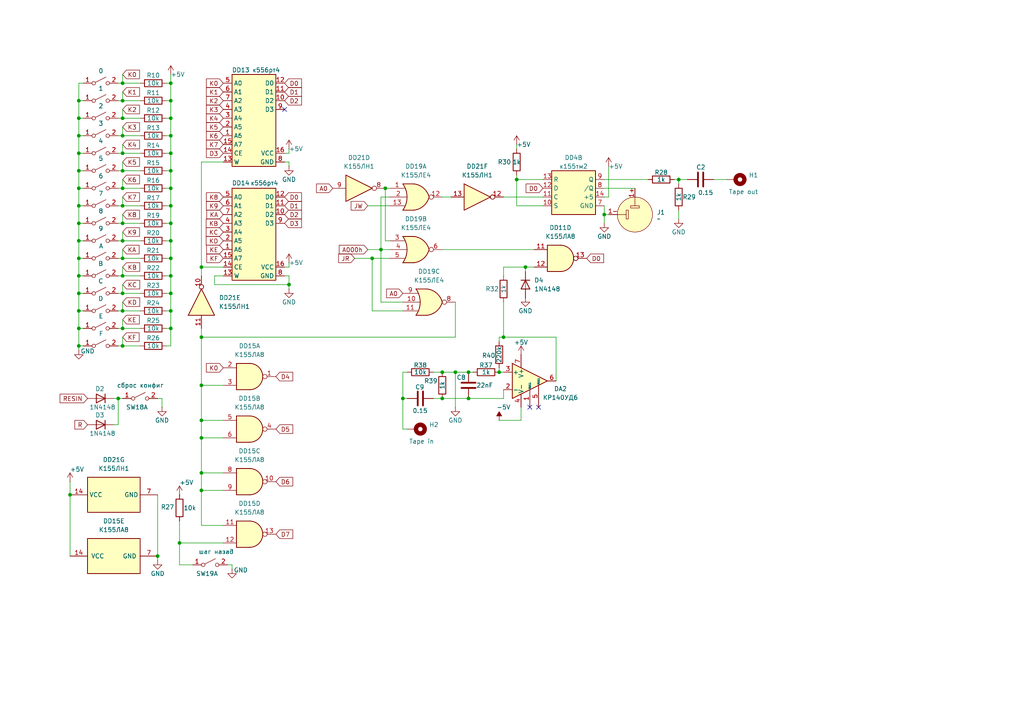
<source format=kicad_sch>
(kicad_sch (version 20231120) (generator "eeschema") (generator_version "8.0")
  (paper "A4")
  (junction (at 146.05 97.79))
  (junction (at 49.53 34.29))
  (junction (at 35.56 44.45))
  (junction (at 83.82 82.55))
  (junction (at 52.07 157.48))
  (junction (at 22.86 80.01))
  (junction (at 49.53 49.53))
  (junction (at 111.76 54.61))
  (junction (at 58.42 137.16))
  (junction (at 35.56 95.25))
  (junction (at 149.86 52.07))
  (junction (at 35.56 24.13))
  (junction (at 22.86 95.25))
  (junction (at 35.56 85.09))
  (junction (at 49.53 85.09))
  (junction (at 110.49 72.39))
  (junction (at 20.32 143.51))
  (junction (at 22.86 74.93))
  (junction (at 128.27 115.57))
  (junction (at 49.53 95.25))
  (junction (at 58.42 142.24))
  (junction (at 196.85 52.07))
  (junction (at 22.86 34.29))
  (junction (at 58.42 127))
  (junction (at 49.53 24.13))
  (junction (at 35.56 29.21))
  (junction (at 35.56 100.33))
  (junction (at 132.08 107.95))
  (junction (at 49.53 29.21))
  (junction (at 35.56 34.29))
  (junction (at 35.56 90.17))
  (junction (at 35.56 64.77))
  (junction (at 22.86 85.09))
  (junction (at 22.86 90.17))
  (junction (at 35.56 49.53))
  (junction (at 49.53 39.37))
  (junction (at 35.56 74.93))
  (junction (at 49.53 80.01))
  (junction (at 135.89 115.57))
  (junction (at 22.86 59.69))
  (junction (at 49.53 90.17))
  (junction (at 22.86 44.45))
  (junction (at 135.89 107.95))
  (junction (at 58.42 121.92))
  (junction (at 22.86 69.85))
  (junction (at 58.42 77.47))
  (junction (at 49.53 59.69))
  (junction (at 22.86 39.37))
  (junction (at 58.42 111.76))
  (junction (at 35.56 80.01))
  (junction (at 49.53 44.45))
  (junction (at 22.86 54.61))
  (junction (at 49.53 69.85))
  (junction (at 22.86 29.21))
  (junction (at 49.53 54.61))
  (junction (at 128.27 107.95))
  (junction (at 22.86 100.33))
  (junction (at 116.84 115.57))
  (junction (at 49.53 74.93))
  (junction (at 152.4 77.47))
  (junction (at 175.26 62.23))
  (junction (at 35.56 59.69))
  (junction (at 35.56 54.61))
  (junction (at 35.56 69.85))
  (junction (at 34.29 115.57))
  (junction (at 22.86 49.53))
  (junction (at 22.86 64.77))
  (junction (at 49.53 64.77))
  (junction (at 144.78 107.95))
  (junction (at 107.95 74.93))
  (junction (at 58.42 97.79))
  (junction (at 45.72 161.29))
  (junction (at 35.56 39.37))
  (no_connect (at 82.55 31.75))
  (no_connect (at 153.67 118.11))
  (no_connect (at 156.21 118.11))
  (wire (pts (xy 34.29 34.29) (xy 35.56 34.29)))
  (wire (pts (xy 24.13 90.17) (xy 22.86 90.17)))
  (wire (pts (xy 22.86 34.29) (xy 22.86 39.37)))
  (wire (pts (xy 24.13 39.37) (xy 22.86 39.37)))
  (wire (pts (xy 35.56 74.93) (xy 40.64 74.93)))
  (wire (pts (xy 58.42 111.76) (xy 58.42 121.92)))
  (wire (pts (xy 22.86 69.85) (xy 22.86 74.93)))
  (wire (pts (xy 24.13 85.09) (xy 22.86 85.09)))
  (wire (pts (xy 144.78 106.68) (xy 144.78 107.95)))
  (wire (pts (xy 113.03 54.61) (xy 111.76 54.61)))
  (wire (pts (xy 34.29 24.13) (xy 35.56 24.13)))
  (wire (pts (xy 144.78 97.79) (xy 144.78 99.06)))
  (wire (pts (xy 48.26 74.93) (xy 49.53 74.93)))
  (wire (pts (xy 48.26 44.45) (xy 49.53 44.45)))
  (wire (pts (xy 35.56 90.17) (xy 40.64 90.17)))
  (wire (pts (xy 83.82 80.01) (xy 83.82 82.55)))
  (wire (pts (xy 22.86 64.77) (xy 22.86 69.85)))
  (wire (pts (xy 110.49 57.15) (xy 110.49 72.39)))
  (wire (pts (xy 58.42 142.24) (xy 58.42 137.16)))
  (wire (pts (xy 157.48 59.69) (xy 149.86 59.69)))
  (wire (pts (xy 128.27 115.57) (xy 135.89 115.57)))
  (wire (pts (xy 116.84 107.95) (xy 116.84 115.57)))
  (wire (pts (xy 125.73 107.95) (xy 128.27 107.95)))
  (wire (pts (xy 175.26 54.61) (xy 184.15 54.61)))
  (wire (pts (xy 20.32 143.51) (xy 20.32 161.29)))
  (wire (pts (xy 34.29 49.53) (xy 35.56 49.53)))
  (wire (pts (xy 146.05 113.03) (xy 146.05 115.57)))
  (wire (pts (xy 35.56 64.77) (xy 40.64 64.77)))
  (wire (pts (xy 34.29 80.01) (xy 35.56 80.01)))
  (wire (pts (xy 35.56 36.83) (xy 35.56 39.37)))
  (wire (pts (xy 116.84 124.46) (xy 118.11 124.46)))
  (wire (pts (xy 48.26 95.25) (xy 49.53 95.25)))
  (wire (pts (xy 24.13 34.29) (xy 22.86 34.29)))
  (wire (pts (xy 35.56 52.07) (xy 35.56 54.61)))
  (wire (pts (xy 49.53 54.61) (xy 49.53 49.53)))
  (wire (pts (xy 64.77 46.99) (xy 58.42 46.99)))
  (wire (pts (xy 48.26 100.33) (xy 49.53 100.33)))
  (wire (pts (xy 128.27 107.95) (xy 132.08 107.95)))
  (wire (pts (xy 49.53 69.85) (xy 49.53 64.77)))
  (wire (pts (xy 49.53 29.21) (xy 49.53 24.13)))
  (wire (pts (xy 196.85 63.5) (xy 196.85 60.96)))
  (wire (pts (xy 196.85 52.07) (xy 199.39 52.07)))
  (wire (pts (xy 175.26 52.07) (xy 187.96 52.07)))
  (wire (pts (xy 149.86 41.91) (xy 149.86 43.18)))
  (wire (pts (xy 35.56 77.47) (xy 35.56 80.01)))
  (wire (pts (xy 35.56 54.61) (xy 40.64 54.61)))
  (wire (pts (xy 58.42 95.25) (xy 58.42 97.79)))
  (wire (pts (xy 161.29 97.79) (xy 146.05 97.79)))
  (wire (pts (xy 22.86 49.53) (xy 22.86 54.61)))
  (wire (pts (xy 116.84 87.63) (xy 110.49 87.63)))
  (wire (pts (xy 49.53 74.93) (xy 49.53 69.85)))
  (wire (pts (xy 22.86 90.17) (xy 22.86 95.25)))
  (wire (pts (xy 49.53 95.25) (xy 49.53 90.17)))
  (wire (pts (xy 146.05 57.15) (xy 157.48 57.15)))
  (wire (pts (xy 48.26 29.21) (xy 49.53 29.21)))
  (wire (pts (xy 24.13 95.25) (xy 22.86 95.25)))
  (wire (pts (xy 22.86 80.01) (xy 22.86 85.09)))
  (wire (pts (xy 83.82 77.47) (xy 82.55 77.47)))
  (wire (pts (xy 35.56 95.25) (xy 40.64 95.25)))
  (wire (pts (xy 22.86 74.93) (xy 22.86 80.01)))
  (wire (pts (xy 111.76 54.61) (xy 111.76 69.85)))
  (wire (pts (xy 33.02 123.19) (xy 34.29 123.19)))
  (wire (pts (xy 49.53 64.77) (xy 49.53 59.69)))
  (wire (pts (xy 176.53 62.23) (xy 175.26 62.23)))
  (wire (pts (xy 144.78 121.92) (xy 151.13 121.92)))
  (wire (pts (xy 34.29 123.19) (xy 34.29 115.57)))
  (wire (pts (xy 35.56 57.15) (xy 35.56 59.69)))
  (wire (pts (xy 125.73 115.57) (xy 128.27 115.57)))
  (wire (pts (xy 34.29 115.57) (xy 35.56 115.57)))
  (wire (pts (xy 34.29 95.25) (xy 35.56 95.25)))
  (wire (pts (xy 35.56 62.23) (xy 35.56 64.77)))
  (wire (pts (xy 52.07 157.48) (xy 64.77 157.48)))
  (wire (pts (xy 176.53 48.26) (xy 176.53 57.15)))
  (wire (pts (xy 102.87 74.93) (xy 107.95 74.93)))
  (wire (pts (xy 22.86 54.61) (xy 22.86 59.69)))
  (wire (pts (xy 106.68 59.69) (xy 113.03 59.69)))
  (wire (pts (xy 35.56 80.01) (xy 40.64 80.01)))
  (wire (pts (xy 34.29 39.37) (xy 35.56 39.37)))
  (wire (pts (xy 24.13 59.69) (xy 22.86 59.69)))
  (wire (pts (xy 49.53 49.53) (xy 49.53 44.45)))
  (wire (pts (xy 49.53 44.45) (xy 49.53 39.37)))
  (wire (pts (xy 35.56 87.63) (xy 35.56 90.17)))
  (wire (pts (xy 24.13 69.85) (xy 22.86 69.85)))
  (wire (pts (xy 64.77 127) (xy 58.42 127)))
  (wire (pts (xy 83.82 82.55) (xy 83.82 83.82)))
  (wire (pts (xy 62.23 80.01) (xy 62.23 82.55)))
  (wire (pts (xy 196.85 52.07) (xy 196.85 53.34)))
  (wire (pts (xy 22.86 85.09) (xy 22.86 90.17)))
  (wire (pts (xy 22.86 39.37) (xy 22.86 44.45)))
  (wire (pts (xy 35.56 59.69) (xy 40.64 59.69)))
  (wire (pts (xy 34.29 64.77) (xy 35.56 64.77)))
  (wire (pts (xy 35.56 49.53) (xy 40.64 49.53)))
  (wire (pts (xy 132.08 107.95) (xy 132.08 118.11)))
  (wire (pts (xy 58.42 77.47) (xy 58.42 80.01)))
  (wire (pts (xy 35.56 44.45) (xy 40.64 44.45)))
  (wire (pts (xy 149.86 59.69) (xy 149.86 52.07)))
  (wire (pts (xy 146.05 80.01) (xy 146.05 77.47)))
  (wire (pts (xy 132.08 107.95) (xy 135.89 107.95)))
  (wire (pts (xy 24.13 64.77) (xy 22.86 64.77)))
  (wire (pts (xy 33.02 115.57) (xy 34.29 115.57)))
  (wire (pts (xy 149.86 50.8) (xy 149.86 52.07)))
  (wire (pts (xy 35.56 21.59) (xy 35.56 24.13)))
  (wire (pts (xy 58.42 152.4) (xy 58.42 142.24)))
  (wire (pts (xy 62.23 82.55) (xy 83.82 82.55)))
  (wire (pts (xy 45.72 161.29) (xy 45.72 162.56)))
  (wire (pts (xy 49.53 100.33) (xy 49.53 95.25)))
  (wire (pts (xy 128.27 72.39) (xy 154.94 72.39)))
  (wire (pts (xy 48.26 90.17) (xy 49.53 90.17)))
  (wire (pts (xy 48.26 85.09) (xy 49.53 85.09)))
  (wire (pts (xy 48.26 64.77) (xy 49.53 64.77)))
  (wire (pts (xy 146.05 77.47) (xy 152.4 77.47)))
  (wire (pts (xy 151.13 121.92) (xy 151.13 118.11)))
  (wire (pts (xy 46.99 115.57) (xy 45.72 115.57)))
  (wire (pts (xy 152.4 77.47) (xy 154.94 77.47)))
  (wire (pts (xy 35.56 29.21) (xy 40.64 29.21)))
  (wire (pts (xy 35.56 97.79) (xy 35.56 100.33)))
  (wire (pts (xy 24.13 24.13) (xy 22.86 24.13)))
  (wire (pts (xy 146.05 97.79) (xy 144.78 97.79)))
  (wire (pts (xy 34.29 85.09) (xy 35.56 85.09)))
  (wire (pts (xy 24.13 74.93) (xy 22.86 74.93)))
  (wire (pts (xy 52.07 163.83) (xy 52.07 157.48)))
  (wire (pts (xy 58.42 97.79) (xy 132.08 97.79)))
  (wire (pts (xy 176.53 57.15) (xy 175.26 57.15)))
  (wire (pts (xy 144.78 107.95) (xy 146.05 107.95)))
  (wire (pts (xy 35.56 24.13) (xy 40.64 24.13)))
  (wire (pts (xy 116.84 107.95) (xy 118.11 107.95)))
  (wire (pts (xy 24.13 80.01) (xy 22.86 80.01)))
  (wire (pts (xy 24.13 44.45) (xy 22.86 44.45)))
  (wire (pts (xy 49.53 85.09) (xy 49.53 80.01)))
  (wire (pts (xy 83.82 44.45) (xy 83.82 43.18)))
  (wire (pts (xy 34.29 59.69) (xy 35.56 59.69)))
  (wire (pts (xy 58.42 77.47) (xy 64.77 77.47)))
  (wire (pts (xy 48.26 69.85) (xy 49.53 69.85)))
  (wire (pts (xy 152.4 77.47) (xy 152.4 78.74)))
  (wire (pts (xy 34.29 74.93) (xy 35.56 74.93)))
  (wire (pts (xy 48.26 24.13) (xy 49.53 24.13)))
  (wire (pts (xy 83.82 76.2) (xy 83.82 77.47)))
  (wire (pts (xy 58.42 137.16) (xy 58.42 127)))
  (wire (pts (xy 64.77 80.01) (xy 62.23 80.01)))
  (wire (pts (xy 34.29 69.85) (xy 35.56 69.85)))
  (wire (pts (xy 195.58 52.07) (xy 196.85 52.07)))
  (wire (pts (xy 35.56 85.09) (xy 40.64 85.09)))
  (wire (pts (xy 35.56 39.37) (xy 40.64 39.37)))
  (wire (pts (xy 58.42 97.79) (xy 58.42 111.76)))
  (wire (pts (xy 48.26 54.61) (xy 49.53 54.61)))
  (wire (pts (xy 34.29 54.61) (xy 35.56 54.61)))
  (wire (pts (xy 35.56 31.75) (xy 35.56 34.29)))
  (wire (pts (xy 82.55 80.01) (xy 83.82 80.01)))
  (wire (pts (xy 146.05 115.57) (xy 135.89 115.57)))
  (wire (pts (xy 34.29 44.45) (xy 35.56 44.45)))
  (wire (pts (xy 111.76 69.85) (xy 113.03 69.85)))
  (wire (pts (xy 161.29 110.49) (xy 161.29 97.79)))
  (wire (pts (xy 48.26 80.01) (xy 49.53 80.01)))
  (wire (pts (xy 35.56 46.99) (xy 35.56 49.53)))
  (wire (pts (xy 24.13 29.21) (xy 22.86 29.21)))
  (wire (pts (xy 58.42 111.76) (xy 64.77 111.76)))
  (wire (pts (xy 22.86 44.45) (xy 22.86 49.53)))
  (wire (pts (xy 64.77 137.16) (xy 58.42 137.16)))
  (wire (pts (xy 128.27 57.15) (xy 130.81 57.15)))
  (wire (pts (xy 34.29 100.33) (xy 35.56 100.33)))
  (wire (pts (xy 35.56 41.91) (xy 35.56 44.45)))
  (wire (pts (xy 49.53 34.29) (xy 49.53 29.21)))
  (wire (pts (xy 146.05 87.63) (xy 146.05 97.79)))
  (wire (pts (xy 58.42 121.92) (xy 64.77 121.92)))
  (wire (pts (xy 52.07 151.13) (xy 52.07 157.48)))
  (wire (pts (xy 116.84 115.57) (xy 116.84 124.46)))
  (wire (pts (xy 35.56 100.33) (xy 40.64 100.33)))
  (wire (pts (xy 106.68 72.39) (xy 110.49 72.39)))
  (wire (pts (xy 107.95 90.17) (xy 116.84 90.17)))
  (wire (pts (xy 22.86 24.13) (xy 22.86 29.21)))
  (wire (pts (xy 83.82 46.99) (xy 83.82 48.26)))
  (wire (pts (xy 49.53 80.01) (xy 49.53 74.93)))
  (wire (pts (xy 20.32 139.7) (xy 20.32 143.51)))
  (wire (pts (xy 113.03 57.15) (xy 110.49 57.15)))
  (wire (pts (xy 45.72 143.51) (xy 45.72 161.29)))
  (wire (pts (xy 116.84 115.57) (xy 118.11 115.57)))
  (wire (pts (xy 175.26 62.23) (xy 175.26 64.77)))
  (wire (pts (xy 22.86 95.25) (xy 22.86 100.33)))
  (wire (pts (xy 35.56 67.31) (xy 35.56 69.85)))
  (wire (pts (xy 132.08 97.79) (xy 132.08 87.63)))
  (wire (pts (xy 66.04 163.83) (xy 67.31 163.83)))
  (wire (pts (xy 58.42 46.99) (xy 58.42 77.47)))
  (wire (pts (xy 113.03 74.93) (xy 107.95 74.93)))
  (wire (pts (xy 22.86 29.21) (xy 22.86 34.29)))
  (wire (pts (xy 34.29 90.17) (xy 35.56 90.17)))
  (wire (pts (xy 52.07 163.83) (xy 55.88 163.83)))
  (wire (pts (xy 35.56 82.55) (xy 35.56 85.09)))
  (wire (pts (xy 48.26 49.53) (xy 49.53 49.53)))
  (wire (pts (xy 82.55 44.45) (xy 83.82 44.45)))
  (wire (pts (xy 135.89 107.95) (xy 137.16 107.95)))
  (wire (pts (xy 110.49 72.39) (xy 113.03 72.39)))
  (wire (pts (xy 67.31 163.83) (xy 67.31 165.1)))
  (wire (pts (xy 35.56 26.67) (xy 35.56 29.21)))
  (wire (pts (xy 35.56 92.71) (xy 35.56 95.25)))
  (wire (pts (xy 24.13 49.53) (xy 22.86 49.53)))
  (wire (pts (xy 49.53 39.37) (xy 49.53 34.29)))
  (wire (pts (xy 49.53 90.17) (xy 49.53 85.09)))
  (wire (pts (xy 175.26 59.69) (xy 175.26 62.23)))
  (wire (pts (xy 49.53 59.69) (xy 49.53 54.61)))
  (wire (pts (xy 24.13 100.33) (xy 22.86 100.33)))
  (wire (pts (xy 110.49 87.63) (xy 110.49 72.39)))
  (wire (pts (xy 210.82 52.07) (xy 207.01 52.07)))
  (wire (pts (xy 64.77 152.4) (xy 58.42 152.4)))
  (wire (pts (xy 35.56 34.29) (xy 40.64 34.29)))
  (wire (pts (xy 149.86 52.07) (xy 157.48 52.07)))
  (wire (pts (xy 49.53 24.13) (xy 49.53 21.59)))
  (wire (pts (xy 48.26 34.29) (xy 49.53 34.29)))
  (wire (pts (xy 22.86 100.33) (xy 22.86 101.6)))
  (wire (pts (xy 24.13 54.61) (xy 22.86 54.61)))
  (wire (pts (xy 48.26 59.69) (xy 49.53 59.69)))
  (wire (pts (xy 46.99 118.11) (xy 46.99 115.57)))
  (wire (pts (xy 64.77 142.24) (xy 58.42 142.24)))
  (wire (pts (xy 58.42 127) (xy 58.42 121.92)))
  (wire (pts (xy 107.95 74.93) (xy 107.95 90.17)))
  (wire (pts (xy 35.56 69.85) (xy 40.64 69.85)))
  (wire (pts (xy 48.26 39.37) (xy 49.53 39.37)))
  (wire (pts (xy 82.55 46.99) (xy 83.82 46.99)))
  (wire (pts (xy 22.86 59.69) (xy 22.86 64.77)))
  (wire (pts (xy 34.29 29.21) (xy 35.56 29.21)))
  (wire (pts (xy 35.56 72.39) (xy 35.56 74.93)))
  (global_label "K6" (shape input) (at 35.56 52.07 0) (property "Intersheetrefs" "${INTERSHEET_REFS}" (effects (hide yes))))
  (global_label "KF" (shape input) (at 35.56 97.79 0) (property "Intersheetrefs" "${INTERSHEET_REFS}" (effects (hide yes))))
  (global_label "K9" (shape input) (at 35.56 67.31 0) (property "Intersheetrefs" "${INTERSHEET_REFS}" (effects (hide yes))))
  (global_label "D0" (shape input) (at 157.48 54.61 180) (property "Intersheetrefs" "${INTERSHEET_REFS}" (effects (hide yes))))
  (global_label "KD" (shape input) (at 35.56 87.63 0) (property "Intersheetrefs" "${INTERSHEET_REFS}" (effects (hide yes))))
  (global_label "D6" (shape input) (at 80.01 139.7 0) (property "Intersheetrefs" "${INTERSHEET_REFS}" (effects (hide yes))))
  (global_label "K1" (shape input) (at 35.56 26.67 0) (property "Intersheetrefs" "${INTERSHEET_REFS}" (effects (hide yes))))
  (global_label "RESIN" (shape input) (at 25.4 115.57 180) (property "Intersheetrefs" "${INTERSHEET_REFS}" (effects (hide yes))))
  (global_label "K9" (shape input) (at 64.77 59.69 180) (property "Intersheetrefs" "${INTERSHEET_REFS}" (effects (hide yes))))
  (global_label "D3" (shape input) (at 82.55 64.77 0) (property "Intersheetrefs" "${INTERSHEET_REFS}" (effects (hide yes))))
  (global_label "K0" (shape input) (at 64.77 106.68 180) (property "Intersheetrefs" "${INTERSHEET_REFS}" (effects (hide yes))))
  (global_label "R" (shape input) (at 25.4 123.19 180) (property "Intersheetrefs" "${INTERSHEET_REFS}" (effects (hide yes))))
  (global_label "D1" (shape input) (at 82.55 59.69 0) (property "Intersheetrefs" "${INTERSHEET_REFS}" (effects (hide yes))))
  (global_label "K0" (shape input) (at 64.77 24.13 180) (property "Intersheetrefs" "${INTERSHEET_REFS}" (effects (hide yes))))
  (global_label "KF" (shape input) (at 64.77 74.93 180) (property "Intersheetrefs" "${INTERSHEET_REFS}" (effects (hide yes))))
  (global_label "A0" (shape input) (at 96.52 54.61 180) (property "Intersheetrefs" "${INTERSHEET_REFS}" (effects (hide yes))))
  (global_label "KE" (shape input) (at 64.77 72.39 180) (property "Intersheetrefs" "${INTERSHEET_REFS}" (effects (hide yes))))
  (global_label "K7" (shape input) (at 64.77 41.91 180) (property "Intersheetrefs" "${INTERSHEET_REFS}" (effects (hide yes))))
  (global_label "KA" (shape input) (at 64.77 62.23 180) (property "Intersheetrefs" "${INTERSHEET_REFS}" (effects (hide yes))))
  (global_label "K8" (shape input) (at 35.56 62.23 0) (property "Intersheetrefs" "${INTERSHEET_REFS}" (effects (hide yes))))
  (global_label "D3" (shape input) (at 64.77 44.45 180) (property "Intersheetrefs" "${INTERSHEET_REFS}" (effects (hide yes))))
  (global_label "K4" (shape input) (at 64.77 34.29 180) (property "Intersheetrefs" "${INTERSHEET_REFS}" (effects (hide yes))))
  (global_label "KC" (shape input) (at 35.56 82.55 0) (property "Intersheetrefs" "${INTERSHEET_REFS}" (effects (hide yes))))
  (global_label "D2" (shape input) (at 82.55 62.23 0) (property "Intersheetrefs" "${INTERSHEET_REFS}" (effects (hide yes))))
  (global_label "K6" (shape input) (at 64.77 39.37 180) (property "Intersheetrefs" "${INTERSHEET_REFS}" (effects (hide yes))))
  (global_label "K5" (shape input) (at 64.77 36.83 180) (property "Intersheetrefs" "${INTERSHEET_REFS}" (effects (hide yes))))
  (global_label "A0" (shape input) (at 116.84 85.09 180) (property "Intersheetrefs" "${INTERSHEET_REFS}" (effects (hide yes))))
  (global_label "D0" (shape input) (at 82.55 24.13 0) (property "Intersheetrefs" "${INTERSHEET_REFS}" (effects (hide yes))))
  (global_label "A000h" (shape input) (at 106.68 72.39 180) (property "Intersheetrefs" "${INTERSHEET_REFS}" (effects (hide yes))))
  (global_label "KB" (shape input) (at 35.56 77.47 0) (property "Intersheetrefs" "${INTERSHEET_REFS}" (effects (hide yes))))
  (global_label "JW" (shape input) (at 106.68 59.69 180) (property "Intersheetrefs" "${INTERSHEET_REFS}" (effects (hide yes))))
  (global_label "KD" (shape input) (at 64.77 69.85 180) (property "Intersheetrefs" "${INTERSHEET_REFS}" (effects (hide yes))))
  (global_label "KE" (shape input) (at 35.56 92.71 0) (property "Intersheetrefs" "${INTERSHEET_REFS}" (effects (hide yes))))
  (global_label "KB" (shape input) (at 64.77 64.77 180) (property "Intersheetrefs" "${INTERSHEET_REFS}" (effects (hide yes))))
  (global_label "K5" (shape input) (at 35.56 46.99 0) (property "Intersheetrefs" "${INTERSHEET_REFS}" (effects (hide yes))))
  (global_label "JR" (shape input) (at 102.87 74.93 180) (property "Intersheetrefs" "${INTERSHEET_REFS}" (effects (hide yes))))
  (global_label "K2" (shape input) (at 35.56 31.75 0) (property "Intersheetrefs" "${INTERSHEET_REFS}" (effects (hide yes))))
  (global_label "K2" (shape input) (at 64.77 29.21 180) (property "Intersheetrefs" "${INTERSHEET_REFS}" (effects (hide yes))))
  (global_label "D5" (shape input) (at 80.01 124.46 0) (property "Intersheetrefs" "${INTERSHEET_REFS}" (effects (hide yes))))
  (global_label "K3" (shape input) (at 35.56 36.83 0) (property "Intersheetrefs" "${INTERSHEET_REFS}" (effects (hide yes))))
  (global_label "D0" (shape input) (at 170.18 74.93 0) (property "Intersheetrefs" "${INTERSHEET_REFS}" (effects (hide yes))))
  (global_label "KA" (shape input) (at 35.56 72.39 0) (property "Intersheetrefs" "${INTERSHEET_REFS}" (effects (hide yes))))
  (global_label "K1" (shape input) (at 64.77 26.67 180) (property "Intersheetrefs" "${INTERSHEET_REFS}" (effects (hide yes))))
  (global_label "D1" (shape input) (at 82.55 26.67 0) (property "Intersheetrefs" "${INTERSHEET_REFS}" (effects (hide yes))))
  (global_label "K3" (shape input) (at 64.77 31.75 180) (property "Intersheetrefs" "${INTERSHEET_REFS}" (effects (hide yes))))
  (global_label "K7" (shape input) (at 35.56 57.15 0) (property "Intersheetrefs" "${INTERSHEET_REFS}" (effects (hide yes))))
  (global_label "K4" (shape input) (at 35.56 41.91 0) (property "Intersheetrefs" "${INTERSHEET_REFS}" (effects (hide yes))))
  (global_label "D7" (shape input) (at 80.01 154.94 0) (property "Intersheetrefs" "${INTERSHEET_REFS}" (effects (hide yes))))
  (global_label "K8" (shape input) (at 64.77 57.15 180) (property "Intersheetrefs" "${INTERSHEET_REFS}" (effects (hide yes))))
  (global_label "D2" (shape input) (at 82.55 29.21 0) (property "Intersheetrefs" "${INTERSHEET_REFS}" (effects (hide yes))))
  (global_label "D4" (shape input) (at 80.01 109.22 0) (property "Intersheetrefs" "${INTERSHEET_REFS}" (effects (hide yes))))
  (global_label "D0" (shape input) (at 82.55 57.15 0) (property "Intersheetrefs" "${INTERSHEET_REFS}" (effects (hide yes))))
  (global_label "K0" (shape input) (at 35.56 21.59 0) (property "Intersheetrefs" "${INTERSHEET_REFS}" (effects (hide yes))))
  (global_label "KC" (shape input) (at 64.77 67.31 180) (property "Intersheetrefs" "${INTERSHEET_REFS}" (effects (hide yes))))
  (symbol (lib_id "power:+5V") (at 52.07 143.51 0) (unit 1)
    (property "Reference" "#PWR044" (effects (hide yes)))
    (property "Value" "+5V" (at 54.102 139.954 0))
    (property "Description" "Power symbol creates a global label with name \"+5V\"" (effects (hide yes)))
  )
  (symbol (lib_id "Device:C") (at 121.92 115.57 270) (unit 1)
    (property "Reference" "C9" (at 120.396 112.268 90) (effects (justify left)))
    (property "Value" "0.15" (at 119.634 119.126 90) (effects (justify left)))
    (property "Footprint" "Capacitor_THT:C_Axial_L3.8mm_D2.6mm_P7.50mm_Horizontal" (effects (hide yes)))
    (property "Description" "Unpolarized capacitor" (effects (hide yes)))
  )
  (symbol (lib_id "Device:C") (at 135.89 111.76 180) (unit 1)
    (property "Reference" "C8" (at 135.128 109.474 0) (effects (justify left)))
    (property "Value" "22nF" (at 143.002 111.76 0) (effects (justify left)))
    (property "Footprint" "Capacitor_THT:C_Axial_L3.8mm_D2.6mm_P7.50mm_Horizontal" (effects (hide yes)))
    (property "Description" "Unpolarized capacitor" (effects (hide yes)))
  )
  (symbol (lib_id "Device:R") (at 44.45 59.69 270) (unit 1)
    (property "Reference" "R17" (at 44.45 57.404 90))
    (property "Value" "10k" (at 44.45 59.69 90))
    (property "Footprint" "Resistor_THT:R_Axial_DIN0204_L3.6mm_D1.6mm_P5.08mm_Horizontal" (effects (hide yes)))
    (property "Description" "Resistor" (effects (hide yes)))
  )
  (symbol (lib_id "power:+5V") (at 83.82 76.2 0) (unit 1)
    (property "Reference" "#PWR049" (effects (hide yes)))
    (property "Value" "+5V" (at 85.852 76.2 0))
    (property "Description" "Power symbol creates a global label with name \"+5V\"" (effects (hide yes)))
  )
  (symbol (lib_id "Switch:SW_DPST_x2") (at 29.21 44.45 0) (unit 1)
    (property "Reference" "SW6" (effects (hide yes)))
    (property "Value" "4" (at 29.972 40.894 0) (effects (justify right)))
    (property "Description" "Single Pole Single Throw (SPST) switch, separate symbol" (effects (hide yes)))
  )
  (symbol (lib_id "Switch:SW_DPST_x2") (at 29.21 85.09 0) (unit 1)
    (property "Reference" "SW14" (effects (hide yes)))
    (property "Value" "C" (at 29.972 81.534 0) (effects (justify right)))
    (property "Description" "Single Pole Single Throw (SPST) switch, separate symbol" (effects (hide yes)))
  )
  (symbol (lib_id "Diode:1N4148") (at 29.21 123.19 180) (unit 1)
    (property "Reference" "D3" (at 28.956 120.396 0))
    (property "Value" "1N4148" (at 29.718 125.73 0))
    (property "Footprint" "Diode_THT:D_DO-35_SOD27_P7.62mm_Horizontal" (effects (hide yes)))
    (property "Datasheet" "https://assets.nexperia.com/documents/data-sheet/1N4148_1N4448.pdf" (effects (hide yes)))
    (property "Description" "100V 0.15A standard switching diode, DO-35" (effects (hide yes)))
    (property "Sim.Device" "D" (effects (hide yes)))
    (property "Sim.Pins" "1=K 2=A" (effects (hide yes)))
  )
  (symbol (lib_id "power:GND") (at 83.82 48.26 0) (unit 1)
    (property "Reference" "#PWR047" (effects (hide yes)))
    (property "Value" "GND" (at 83.82 52.07 0))
    (property "Description" "Power symbol creates a global label with name \"GND\" , ground" (effects (hide yes)))
  )
  (symbol (lib_id "Device:R") (at 191.77 52.07 270) (unit 1)
    (property "Reference" "R28" (at 191.77 50.038 90))
    (property "Value" "1k" (at 191.77 52.07 90))
    (property "Footprint" "Resistor_THT:R_Axial_DIN0204_L3.6mm_D1.6mm_P5.08mm_Horizontal" (effects (hide yes)))
    (property "Description" "Resistor" (effects (hide yes)))
  )
  (symbol (lib_id "Switch:SW_DPST_x2") (at 40.64 115.57 0) (unit 1)
    (property "Reference" "SW18" (at 42.926 118.11 0) (effects (justify right)))
    (property "Value" "сброс конфиг" (at 47.498 111.76 0) (effects (justify right)))
    (property "Description" "Single Pole Single Throw (SPST) switch, separate symbol" (effects (hide yes)))
  )
  (symbol (lib_id "power:GND") (at 22.86 101.6 0) (unit 1)
    (property "Reference" "#PWR038" (effects (hide yes)))
    (property "Value" "GND" (at 25.4 101.854 0))
    (property "Description" "Power symbol creates a global label with name \"GND\" , ground" (effects (hide yes)))
  )
  (symbol (lib_id "Diode:1N4148") (at 29.21 115.57 180) (unit 1)
    (property "Reference" "D2" (at 28.956 112.776 0))
    (property "Value" "1N4148" (at 29.718 118.11 0))
    (property "Footprint" "Diode_THT:D_DO-35_SOD27_P7.62mm_Horizontal" (effects (hide yes)))
    (property "Datasheet" "https://assets.nexperia.com/documents/data-sheet/1N4148_1N4448.pdf" (effects (hide yes)))
    (property "Description" "100V 0.15A standard switching diode, DO-35" (effects (hide yes)))
    (property "Sim.Device" "D" (effects (hide yes)))
    (property "Sim.Pins" "1=K 2=A" (effects (hide yes)))
  )
  (symbol (lib_id "Switch:SW_DPST_x2") (at 29.21 95.25 0) (unit 1)
    (property "Reference" "SW16" (effects (hide yes)))
    (property "Value" "E" (at 29.972 91.694 0) (effects (justify right)))
    (property "Description" "Single Pole Single Throw (SPST) switch, separate symbol" (effects (hide yes)))
  )
  (symbol (lib_id "Device:R") (at 44.45 74.93 270) (unit 1)
    (property "Reference" "R21" (at 44.45 72.644 90))
    (property "Value" "10k" (at 44.45 74.93 90))
    (property "Footprint" "Resistor_THT:R_Axial_DIN0204_L3.6mm_D1.6mm_P5.08mm_Horizontal" (effects (hide yes)))
    (property "Description" "Resistor" (effects (hide yes)))
  )
  (symbol (lib_id "Device:R") (at 196.85 57.15 180) (unit 1)
    (property "Reference" "R29" (at 199.898 57.15 0))
    (property "Value" "1k" (at 196.85 57.15 90))
    (property "Footprint" "Resistor_THT:R_Axial_DIN0204_L3.6mm_D1.6mm_P5.08mm_Horizontal" (effects (hide yes)))
    (property "Description" "Resistor" (effects (hide yes)))
  )
  (symbol (lib_id "Device:R") (at 44.45 54.61 270) (unit 1)
    (property "Reference" "R16" (at 44.45 52.324 90))
    (property "Value" "10k" (at 44.45 54.61 90))
    (property "Footprint" "Resistor_THT:R_Axial_DIN0204_L3.6mm_D1.6mm_P5.08mm_Horizontal" (effects (hide yes)))
    (property "Description" "Resistor" (effects (hide yes)))
  )
  (symbol (lib_id "Switch:SW_DPST_x2") (at 29.21 29.21 0) (unit 1)
    (property "Reference" "SW3" (effects (hide yes)))
    (property "Value" "1" (at 29.972 25.654 0) (effects (justify right)))
    (property "Description" "Single Pole Single Throw (SPST) switch, separate symbol" (effects (hide yes)))
  )
  (symbol (lib_id "Switch:SW_DPST_x2") (at 29.21 24.13 0) (unit 1)
    (property "Reference" "SW2" (effects (hide yes)))
    (property "Value" "0" (at 29.972 20.574 0) (effects (justify right)))
    (property "Description" "Single Pole Single Throw (SPST) switch, separate symbol" (effects (hide yes)))
  )
  (symbol (lib_id "Device:C") (at 203.2 52.07 270) (unit 1)
    (property "Reference" "C2" (at 201.93 48.514 90) (effects (justify left)))
    (property "Value" "0.15" (at 202.438 55.88 90) (effects (justify left)))
    (property "Footprint" "Capacitor_THT:C_Axial_L3.8mm_D2.6mm_P7.50mm_Horizontal" (effects (hide yes)))
    (property "Description" "Unpolarized capacitor" (effects (hide yes)))
  )
  (symbol (lib_id "Device:R") (at 44.45 24.13 270) (unit 1)
    (property "Reference" "R10" (at 44.45 21.844 90))
    (property "Value" "10k" (at 44.45 24.13 90))
    (property "Footprint" "Resistor_THT:R_Axial_DIN0204_L3.6mm_D1.6mm_P5.08mm_Horizontal" (effects (hide yes)))
    (property "Description" "Resistor" (effects (hide yes)))
  )
  (symbol (lib_id "power:+5V") (at 149.86 41.91 0) (unit 1)
    (property "Reference" "#PWR051" (effects (hide yes)))
    (property "Value" "+5V" (at 151.892 41.91 0))
    (property "Description" "Power symbol creates a global label with name \"+5V\"" (effects (hide yes)))
  )
  (symbol (lib_id "Device:R") (at 44.45 95.25 270) (unit 1)
    (property "Reference" "R25" (at 44.45 92.964 90))
    (property "Value" "10k" (at 44.45 95.25 90))
    (property "Footprint" "Resistor_THT:R_Axial_DIN0204_L3.6mm_D1.6mm_P5.08mm_Horizontal" (effects (hide yes)))
    (property "Description" "Resistor" (effects (hide yes)))
  )
  (symbol (lib_id "Switch:SW_DPST_x2") (at 29.21 39.37 0) (unit 1)
    (property "Reference" "SW5" (effects (hide yes)))
    (property "Value" "3" (at 29.972 35.814 0) (effects (justify right)))
    (property "Description" "Single Pole Single Throw (SPST) switch, separate symbol" (effects (hide yes)))
  )
  (symbol (lib_id "power:GND") (at 132.08 118.11 0) (unit 1)
    (property "Reference" "#PWR058" (effects (hide yes)))
    (property "Value" "GND" (at 132.08 121.92 0))
    (property "Description" "Power symbol creates a global label with name \"GND\" , ground" (effects (hide yes)))
  )
  (symbol (lib_id "74xx:74LS04") (at 104.14 54.61 0) (unit 4)
    (property "Reference" "DD21" (at 104.14 45.72 0))
    (property "Value" "К155ЛН1" (at 104.14 48.26 0))
    (property "Datasheet" "http://www.ti.com/lit/gpn/sn74LS04" (effects (hide yes)))
    (property "Description" "Hex Inverter" (effects (hide yes)))
  )
  (symbol (lib_id "74xx_IEEE:7474") (at 166.37 48.26 0) (unit 2)
    (property "Reference" "DD4" (at 166.37 45.72 0))
    (property "Value" "к155тм2" (at 166.37 48.26 0))
    (property "Footprint" "Package_DIP:DIP-14_W7.62mm_LongPads" (effects (hide yes)))
    (property "Datasheet" "https://www.microshemca.ru/TM2/" (effects (hide yes)))
    (property "Description" "Два независимых D-тригера" (effects (hide yes)))
  )
  (symbol (lib_id "power:-5V") (at 144.78 121.92 0) (unit 1)
    (property "Reference" "#PWR059" (effects (hide yes)))
    (property "Value" "-5V" (at 146.05 118.11 0))
    (property "Description" "Power symbol creates a global label with name \"-5V\"" (effects (hide yes)))
  )
  (symbol (lib_id "Device:R") (at 140.97 107.95 270) (unit 1)
    (property "Reference" "R37" (at 140.97 105.918 90))
    (property "Value" "1k" (at 140.97 107.95 90))
    (property "Footprint" "Resistor_THT:R_Axial_DIN0204_L3.6mm_D1.6mm_P5.08mm_Horizontal" (effects (hide yes)))
    (property "Description" "Resistor" (effects (hide yes)))
  )
  (symbol (lib_id "Mechanical:MountingHole_Pad") (at 213.36 52.07 270) (unit 1) (exclude_from_sim yes) (in_bom no)
    (property "Reference" "H1" (at 217.17 50.7999 90) (effects (justify left)))
    (property "Value" "Tape out" (at 211.328 55.626 90) (effects (justify left)))
    (property "Description" "Mounting Hole with connection" (effects (hide yes)))
  )
  (symbol (lib_id "Switch:SW_DPST_x2") (at 29.21 80.01 0) (unit 1)
    (property "Reference" "SW13" (effects (hide yes)))
    (property "Value" "B" (at 29.972 76.454 0) (effects (justify right)))
    (property "Description" "Single Pole Single Throw (SPST) switch, separate symbol" (effects (hide yes)))
  )
  (symbol (lib_id "Switch:SW_DPST_x2") (at 29.21 64.77 0) (unit 1)
    (property "Reference" "SW10" (effects (hide yes)))
    (property "Value" "8" (at 29.972 61.214 0) (effects (justify right)))
    (property "Description" "Single Pole Single Throw (SPST) switch, separate symbol" (effects (hide yes)))
  )
  (symbol (lib_id "power:GND") (at 175.26 64.77 0) (unit 1)
    (property "Reference" "#PWR030" (effects (hide yes)))
    (property "Value" "GND" (at 175.26 68.58 0))
    (property "Description" "Power symbol creates a global label with name \"GND\" , ground" (effects (hide yes)))
  )
  (symbol (lib_id "74xx:74LS04") (at 138.43 57.15 0) (unit 6)
    (property "Reference" "DD21" (at 138.43 48.26 0))
    (property "Value" "К155ЛН1" (at 138.43 50.8 0))
    (property "Datasheet" "http://www.ti.com/lit/gpn/sn74LS04" (effects (hide yes)))
    (property "Description" "Hex Inverter" (effects (hide yes)))
  )
  (symbol (lib_id "power:+5V") (at 49.53 21.59 0) (unit 1)
    (property "Reference" "#PWR043" (effects (hide yes)))
    (property "Value" "+5V" (at 51.562 21.59 0))
    (property "Description" "Power symbol creates a global label with name \"+5V\"" (effects (hide yes)))
  )
  (symbol (lib_id "74xx:74LS01") (at 33.02 161.29 90) (unit 5)
    (property "Reference" "DD15" (at 33.02 151.13 90))
    (property "Value" "К155ЛА8" (at 33.02 153.67 90))
    (property "Datasheet" "http://www.nteinc.com/specs/7400to7499/pdf/nte74LS01.pdf" (effects (hide yes)))
    (property "Description" "quad 2-input NAND gate, open collector outputs NRND" (effects (hide yes)))
  )
  (symbol (lib_id "Device:R") (at 44.45 100.33 270) (unit 1)
    (property "Reference" "R26" (at 44.45 98.044 90))
    (property "Value" "10k" (at 44.45 100.33 90))
    (property "Footprint" "Resistor_THT:R_Axial_DIN0204_L3.6mm_D1.6mm_P5.08mm_Horizontal" (effects (hide yes)))
    (property "Description" "Resistor" (effects (hide yes)))
  )
  (symbol (lib_id "power:GND") (at 46.99 118.11 0) (unit 1)
    (property "Reference" "#PWR041" (effects (hide yes)))
    (property "Value" "GND" (at 46.99 121.92 0))
    (property "Description" "Power symbol creates a global label with name \"GND\" , ground" (effects (hide yes)))
  )
  (symbol (lib_id "power:+5V") (at 151.13 102.87 0) (unit 1)
    (property "Reference" "#PWR057" (effects (hide yes)))
    (property "Value" "+5V" (at 151.13 99.314 0))
    (property "Description" "Power symbol creates a global label with name \"+5V\"" (effects (hide yes)))
  )
  (symbol (lib_id "Device:R") (at 121.92 107.95 270) (unit 1)
    (property "Reference" "R38" (at 121.92 105.918 90))
    (property "Value" "10k" (at 121.92 107.95 90))
    (property "Footprint" "Resistor_THT:R_Axial_DIN0204_L3.6mm_D1.6mm_P5.08mm_Horizontal" (effects (hide yes)))
    (property "Description" "Resistor" (effects (hide yes)))
  )
  (symbol (lib_id "Device:R") (at 44.45 90.17 270) (unit 1)
    (property "Reference" "R24" (at 44.45 87.884 90))
    (property "Value" "10k" (at 44.45 90.17 90))
    (property "Footprint" "Resistor_THT:R_Axial_DIN0204_L3.6mm_D1.6mm_P5.08mm_Horizontal" (effects (hide yes)))
    (property "Description" "Resistor" (effects (hide yes)))
  )
  (symbol (lib_id "Switch:SW_DPST_x2") (at 29.21 90.17 0) (unit 1)
    (property "Reference" "SW15" (effects (hide yes)))
    (property "Value" "D" (at 29.972 86.614 0) (effects (justify right)))
    (property "Description" "Single Pole Single Throw (SPST) switch, separate symbol" (effects (hide yes)))
  )
  (symbol (lib_id "Device:R") (at 44.45 64.77 270) (unit 1)
    (property "Reference" "R19" (at 44.45 62.484 90))
    (property "Value" "10k" (at 44.45 64.77 90))
    (property "Footprint" "Resistor_THT:R_Axial_DIN0204_L3.6mm_D1.6mm_P5.08mm_Horizontal" (effects (hide yes)))
    (property "Description" "Resistor" (effects (hide yes)))
  )
  (symbol (lib_id "Switch:SW_DPST_x2") (at 29.21 34.29 0) (unit 1)
    (property "Reference" "SW4" (effects (hide yes)))
    (property "Value" "2" (at 29.972 30.734 0) (effects (justify right)))
    (property "Description" "Single Pole Single Throw (SPST) switch, separate symbol" (effects (hide yes)))
  )
  (symbol (lib_id "power:GND") (at 45.72 162.56 0) (unit 1)
    (property "Reference" "#PWR039" (effects (hide yes)))
    (property "Value" "GND" (at 45.72 166.37 0))
    (property "Description" "Power symbol creates a global label with name \"GND\" , ground" (effects (hide yes)))
  )
  (symbol (lib_id "Switch:SW_DPST_x2") (at 29.21 74.93 0) (unit 1)
    (property "Reference" "SW12" (effects (hide yes)))
    (property "Value" "A" (at 29.972 71.374 0) (effects (justify right)))
    (property "Description" "Single Pole Single Throw (SPST) switch, separate symbol" (effects (hide yes)))
  )
  (symbol (lib_id "Device:R") (at 44.45 80.01 270) (unit 1)
    (property "Reference" "R22" (at 44.45 77.724 90))
    (property "Value" "10k" (at 44.45 80.01 90))
    (property "Footprint" "Resistor_THT:R_Axial_DIN0204_L3.6mm_D1.6mm_P5.08mm_Horizontal" (effects (hide yes)))
    (property "Description" "Resistor" (effects (hide yes)))
  )
  (symbol (lib_id "Device:R") (at 44.45 69.85 270) (unit 1)
    (property "Reference" "R20" (at 44.45 67.564 90))
    (property "Value" "10k" (at 44.45 69.85 90))
    (property "Footprint" "Resistor_THT:R_Axial_DIN0204_L3.6mm_D1.6mm_P5.08mm_Horizontal" (effects (hide yes)))
    (property "Description" "Resistor" (effects (hide yes)))
  )
  (symbol (lib_id "power:+5V") (at 176.53 48.26 0) (unit 1)
    (property "Reference" "#PWR031" (effects (hide yes)))
    (property "Value" "+5V" (at 178.562 48.26 0))
    (property "Description" "Power symbol creates a global label with name \"+5V\"" (effects (hide yes)))
  )
  (symbol (lib_id "Device:R") (at 144.78 102.87 0) (unit 1)
    (property "Reference" "R40" (at 141.732 103.124 0))
    (property "Value" "220k" (at 144.78 102.87 90))
    (property "Footprint" "Resistor_THT:R_Axial_DIN0204_L3.6mm_D1.6mm_P5.08mm_Horizontal" (effects (hide yes)))
    (property "Description" "Resistor" (effects (hide yes)))
  )
  (symbol (lib_id "Device:R") (at 44.45 29.21 270) (unit 1)
    (property "Reference" "R11" (at 44.45 26.924 90))
    (property "Value" "10k" (at 44.45 29.21 90))
    (property "Footprint" "Resistor_THT:R_Axial_DIN0204_L3.6mm_D1.6mm_P5.08mm_Horizontal" (effects (hide yes)))
    (property "Description" "Resistor" (effects (hide yes)))
  )
  (symbol (lib_id "Switch:SW_DPST_x2") (at 29.21 100.33 0) (unit 1)
    (property "Reference" "SW17" (effects (hide yes)))
    (property "Value" "F" (at 29.972 96.774 0) (effects (justify right)))
    (property "Description" "Single Pole Single Throw (SPST) switch, separate symbol" (effects (hide yes)))
  )
  (symbol (lib_id "Mechanical:MountingHole_Pad") (at 120.65 124.46 270) (unit 1) (exclude_from_sim yes) (in_bom no)
    (property "Reference" "H2" (at 124.46 123.1899 90) (effects (justify left)))
    (property "Value" "Tape in" (at 118.618 128.016 90) (effects (justify left)))
    (property "Description" "Mounting Hole with connection" (effects (hide yes)))
  )
  (symbol (lib_id "Amplifier_Operational:LM741") (at 153.67 110.49 0) (unit 1)
    (property "Reference" "DA2" (at 162.56 112.776 0))
    (property "Value" "КР140УД6" (at 162.56 115.316 0))
    (property "Footprint" "Package_DIP:DIP-8_W7.62mm" (effects (hide yes)))
    (property "Datasheet" "http://www.ti.com/lit/ds/symlink/lm741.pdf" (effects (hide yes)))
    (property "Description" "Operational Amplifier, DIP-8/TO-99-8" (effects (hide yes)))
  )
  (symbol (lib_id "Device:R") (at 44.45 49.53 270) (unit 1)
    (property "Reference" "R15" (at 44.45 47.244 90))
    (property "Value" "10k" (at 44.45 49.53 90))
    (property "Footprint" "Resistor_THT:R_Axial_DIN0204_L3.6mm_D1.6mm_P5.08mm_Horizontal" (effects (hide yes)))
    (property "Description" "Resistor" (effects (hide yes)))
  )
  (symbol (lib_id "74xx:74LS27") (at 124.46 87.63 0) (unit 3)
    (property "Reference" "DD19" (at 124.46 78.74 0))
    (property "Value" "К155ЛЕ4" (at 124.46 81.28 0))
    (property "Datasheet" "http://www.ti.com/lit/gpn/sn74LS27" (effects (hide yes)))
    (property "Description" "Triple 3-input NOR" (effects (hide yes)))
  )
  (symbol (lib_id "Device:R") (at 128.27 111.76 0) (unit 1)
    (property "Reference" "R39" (at 124.968 110.49 0))
    (property "Value" "1k" (at 128.27 111.76 90))
    (property "Footprint" "Resistor_THT:R_Axial_DIN0204_L3.6mm_D1.6mm_P5.08mm_Horizontal" (effects (hide yes)))
    (property "Description" "Resistor" (effects (hide yes)))
  )
  (symbol (lib_id "power:GND") (at 152.4 86.36 0) (unit 1)
    (property "Reference" "#PWR040" (effects (hide yes)))
    (property "Value" "GND" (at 152.4 90.17 0))
    (property "Description" "Power symbol creates a global label with name \"GND\" , ground" (effects (hide yes)))
  )
  (symbol (lib_id "Switch:SW_DPST_x2") (at 29.21 59.69 0) (unit 1)
    (property "Reference" "SW9" (effects (hide yes)))
    (property "Value" "7" (at 29.972 56.134 0) (effects (justify right)))
    (property "Description" "Single Pole Single Throw (SPST) switch, separate symbol" (effects (hide yes)))
  )
  (symbol (lib_id "Device:R") (at 52.07 147.32 180) (unit 1)
    (property "Reference" "R27" (at 50.546 147.066 0) (effects (justify left)))
    (property "Value" "10k" (at 56.896 147.32 0) (effects (justify left)))
    (property "Footprint" "Resistor_THT:R_Axial_DIN0204_L3.6mm_D1.6mm_P5.08mm_Horizontal" (effects (hide yes)))
    (property "Description" "Resistor" (effects (hide yes)))
  )
  (symbol (lib_id "Switch:SW_DPST_x2") (at 29.21 54.61 0) (unit 1)
    (property "Reference" "SW8" (effects (hide yes)))
    (property "Value" "6" (at 29.972 51.054 0) (effects (justify right)))
    (property "Description" "Single Pole Single Throw (SPST) switch, separate symbol" (effects (hide yes)))
  )
  (symbol (lib_id "74xx:74LS01") (at 72.39 139.7 0) (unit 3)
    (property "Reference" "DD15" (at 72.3817 130.81 0))
    (property "Value" "К155ЛА8" (at 72.3817 133.35 0))
    (property "Datasheet" "http://www.nteinc.com/specs/7400to7499/pdf/nte74LS01.pdf" (effects (hide yes)))
    (property "Description" "quad 2-input NAND gate, open collector outputs NRND" (effects (hide yes)))
  )
  (symbol (lib_id "Device:R") (at 44.45 34.29 270) (unit 1)
    (property "Reference" "R12" (at 44.45 32.004 90))
    (property "Value" "10k" (at 44.45 34.29 90))
    (property "Footprint" "Resistor_THT:R_Axial_DIN0204_L3.6mm_D1.6mm_P5.08mm_Horizontal" (effects (hide yes)))
    (property "Description" "Resistor" (effects (hide yes)))
  )
  (symbol (lib_id "74xx:74LS01") (at 72.39 124.46 0) (unit 2)
    (property "Reference" "DD15" (at 72.3817 115.57 0))
    (property "Value" "К155ЛА8" (at 72.3817 118.11 0))
    (property "Datasheet" "http://www.nteinc.com/specs/7400to7499/pdf/nte74LS01.pdf" (effects (hide yes)))
    (property "Description" "quad 2-input NAND gate, open collector outputs NRND" (effects (hide yes)))
  )
  (symbol (lib_id "74xx:74LS01") (at 162.56 74.93 0) (unit 4)
    (property "Reference" "DD11" (at 162.5517 66.04 0))
    (property "Value" "К155ЛА8" (at 162.5517 68.58 0))
    (property "Datasheet" "http://www.nteinc.com/specs/7400to7499/pdf/nte74LS01.pdf" (effects (hide yes)))
    (property "Description" "quad 2-input NAND gate, open collector outputs NRND" (effects (hide yes)))
  )
  (symbol (lib_id "74xx:74LS04") (at 33.02 143.51 90) (unit 7)
    (property "Reference" "DD21" (at 33.02 133.35 90))
    (property "Value" "К155ЛН1" (at 33.02 135.89 90))
    (property "Datasheet" "http://www.ti.com/lit/gpn/sn74LS04" (effects (hide yes)))
    (property "Description" "Hex Inverter" (effects (hide yes)))
  )
  (symbol (lib_id "74xx:74LS27") (at 120.65 57.15 0) (unit 1)
    (property "Reference" "DD19" (at 120.65 48.26 0))
    (property "Value" "К155ЛЕ4" (at 120.65 50.8 0))
    (property "Datasheet" "http://www.ti.com/lit/gpn/sn74LS27" (effects (hide yes)))
    (property "Description" "Triple 3-input NOR" (effects (hide yes)))
  )
  (symbol (lib_id "Device:R") (at 149.86 46.99 0) (unit 1)
    (property "Reference" "R30" (at 146.304 46.99 0))
    (property "Value" "1k" (at 149.86 46.99 0))
    (property "Footprint" "Resistor_THT:R_Axial_DIN0204_L3.6mm_D1.6mm_P5.08mm_Horizontal" (effects (hide yes)))
    (property "Description" "Resistor" (effects (hide yes)))
  )
  (symbol (lib_id "power:+5V") (at 20.32 139.7 0) (unit 1)
    (property "Reference" "#PWR037" (effects (hide yes)))
    (property "Value" "+5V" (at 22.352 136.144 0))
    (property "Description" "Power symbol creates a global label with name \"+5V\"" (effects (hide yes)))
  )
  (symbol (lib_id "Diode:1N4148") (at 152.4 82.55 270) (unit 1)
    (property "Reference" "D4" (at 154.94 81.2799 90) (effects (justify left)))
    (property "Value" "1N4148" (at 154.94 83.8199 90) (effects (justify left)))
    (property "Footprint" "Diode_THT:D_DO-35_SOD27_P7.62mm_Horizontal" (effects (hide yes)))
    (property "Datasheet" "https://assets.nexperia.com/documents/data-sheet/1N4148_1N4448.pdf" (effects (hide yes)))
    (property "Description" "100V 0.15A standard switching diode, DO-35" (effects (hide yes)))
    (property "Sim.Device" "D" (effects (hide yes)))
    (property "Sim.Pins" "1=K 2=A" (effects (hide yes)))
  )
  (symbol (lib_id "Device:R") (at 44.45 85.09 270) (unit 1)
    (property "Reference" "R23" (at 44.45 82.804 90))
    (property "Value" "10k" (at 44.45 85.09 90))
    (property "Footprint" "Resistor_THT:R_Axial_DIN0204_L3.6mm_D1.6mm_P5.08mm_Horizontal" (effects (hide yes)))
    (property "Description" "Resistor" (effects (hide yes)))
  )
  (symbol (lib_id "74xx:74LS01") (at 72.39 154.94 0) (unit 4)
    (property "Reference" "DD15" (at 72.3817 146.05 0))
    (property "Value" "К155ЛА8" (at 72.3817 148.59 0))
    (property "Datasheet" "http://www.nteinc.com/specs/7400to7499/pdf/nte74LS01.pdf" (effects (hide yes)))
    (property "Description" "quad 2-input NAND gate, open collector outputs NRND" (effects (hide yes)))
  )
  (symbol (lib_id "Device:R") (at 44.45 39.37 270) (unit 1)
    (property "Reference" "R13" (at 44.45 37.084 90))
    (property "Value" "10k" (at 44.45 39.37 90))
    (property "Footprint" "Resistor_THT:R_Axial_DIN0204_L3.6mm_D1.6mm_P5.08mm_Horizontal" (effects (hide yes)))
    (property "Description" "Resistor" (effects (hide yes)))
  )
  (symbol (lib_id "Device:R") (at 44.45 44.45 270) (unit 1)
    (property "Reference" "R14" (at 44.45 42.164 90))
    (property "Value" "10k" (at 44.45 44.45 90))
    (property "Footprint" "Resistor_THT:R_Axial_DIN0204_L3.6mm_D1.6mm_P5.08mm_Horizontal" (effects (hide yes)))
    (property "Description" "Resistor" (effects (hide yes)))
  )
  (symbol (lib_id "74xx:74LS27") (at 120.65 72.39 0) (unit 2)
    (property "Reference" "DD19" (at 120.65 63.5 0))
    (property "Value" "К155ЛЕ4" (at 120.65 66.04 0))
    (property "Datasheet" "http://www.ti.com/lit/gpn/sn74LS27" (effects (hide yes)))
    (property "Description" "Triple 3-input NOR" (effects (hide yes)))
  )
  (symbol (lib_id "power:+5V") (at 83.82 43.18 0) (unit 1)
    (property "Reference" "#PWR046" (effects (hide yes)))
    (property "Value" "+5V" (at 85.852 43.18 0))
    (property "Description" "Power symbol creates a global label with name \"+5V\"" (effects (hide yes)))
  )
  (symbol (lib_id "Switch:SW_DPST_x2") (at 60.96 163.83 0) (unit 1)
    (property "Reference" "SW19" (at 63.246 166.37 0) (effects (justify right)))
    (property "Value" "шаг назад" (at 67.818 160.02 0) (effects (justify right)))
    (property "Description" "Single Pole Single Throw (SPST) switch, separate symbol" (effects (hide yes)))
  )
  (symbol (lib_id "74xx:74LS04") (at 58.42 87.63 90) (unit 5)
    (property "Reference" "DD21" (at 63.5 86.3599 90) (effects (justify right)))
    (property "Value" "К155ЛН1" (at 63.5 88.8999 90) (effects (justify right)))
    (property "Datasheet" "http://www.ti.com/lit/gpn/sn74LS04" (effects (hide yes)))
    (property "Description" "Hex Inverter" (effects (hide yes)))
  )
  (symbol (lib_id "Switch:SW_DPST_x2") (at 29.21 69.85 0) (unit 1)
    (property "Reference" "SW11" (effects (hide yes)))
    (property "Value" "9" (at 29.972 66.294 0) (effects (justify right)))
    (property "Description" "Single Pole Single Throw (SPST) switch, separate symbol" (effects (hide yes)))
  )
  (symbol (lib_id "power:GND") (at 83.82 83.82 0) (unit 1)
    (property "Reference" "#PWR050" (effects (hide yes)))
    (property "Value" "GND" (at 83.82 87.63 0))
    (property "Description" "Power symbol creates a global label with name \"GND\" , ground" (effects (hide yes)))
  )
  (symbol (lib_name "к556рт4_1") (lib_id "cccp:к556рт4") (at 68.58 20.32 0) (unit 1)
    (property "Reference" "DD13" (at 69.85 20.32 0))
    (property "Value" "к556рт4" (at 77.216 20.32 0))
    (property "Datasheet" "https://www.datasheetarchive.com/datasheet?id=9b0ee119a662bf837b3bad40f04184086f3d9b&type=M&term=k556rt4" (effects (hide yes)))
  )
  (symbol (lib_id "Connector_Audio:SpeakON_NL2") (at 184.15 62.23 0) (unit 1)
    (property "Reference" "J1" (at 190.5 61.5949 0) (effects (justify left)))
    (property "Value" "~" (at 190.5 63.5 0) (effects (justify left)))
    (property "Datasheet" "http://www.neutrik.com/en/speakon/" (effects (hide yes)))
    (property "Description" "speakON Connector, Male or Female, NL2" (effects (hide yes)))
  )
  (symbol (lib_id "Switch:SW_DPST_x2") (at 29.21 49.53 0) (unit 1)
    (property "Reference" "SW7" (effects (hide yes)))
    (property "Value" "5" (at 29.972 45.974 0) (effects (justify right)))
    (property "Description" "Single Pole Single Throw (SPST) switch, separate symbol" (effects (hide yes)))
  )
  (symbol (lib_id "power:GND") (at 67.31 165.1 0) (unit 1)
    (property "Reference" "#PWR045" (effects (hide yes)))
    (property "Value" "GND" (at 69.85 165.354 0))
    (property "Description" "Power symbol creates a global label with name \"GND\" , ground" (effects (hide yes)))
  )
  (symbol (lib_id "power:GND") (at 196.85 63.5 0) (unit 1)
    (property "Reference" "#PWR048" (effects (hide yes)))
    (property "Value" "GND" (at 196.85 67.31 0))
    (property "Description" "Power symbol creates a global label with name \"GND\" , ground" (effects (hide yes)))
  )
  (symbol (lib_id "74xx:74LS01") (at 72.39 109.22 0) (unit 1)
    (property "Reference" "DD15" (at 72.3817 100.33 0))
    (property "Value" "К155ЛА8" (at 72.3817 102.87 0))
    (property "Datasheet" "http://www.nteinc.com/specs/7400to7499/pdf/nte74LS01.pdf" (effects (hide yes)))
    (property "Description" "quad 2-input NAND gate, open collector outputs NRND" (effects (hide yes)))
  )
  (symbol (lib_id "Device:R") (at 146.05 83.82 0) (unit 1)
    (property "Reference" "R32" (at 142.748 83.82 0))
    (property "Value" "1k" (at 146.05 83.82 90))
    (property "Footprint" "Resistor_THT:R_Axial_DIN0204_L3.6mm_D1.6mm_P5.08mm_Horizontal" (effects (hide yes)))
    (property "Description" "Resistor" (effects (hide yes)))
  )
  (symbol (lib_id "cccp:к556рт4") (at 68.58 53.34 0) (unit 1)
    (property "Reference" "DD14" (at 69.85 53.086 0))
    (property "Value" "к556рт4" (at 76.708 53.086 0))
    (property "Datasheet" "https://www.datasheetarchive.com/datasheet?id=9b0ee119a662bf837b3bad40f04184086f3d9b&type=M&term=k556rt4" (effects (hide yes)))
  )
)
</source>
